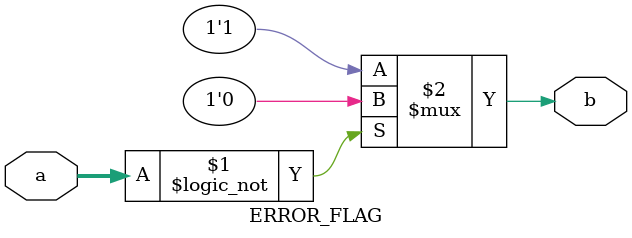
<source format=sv>
module ERROR_FLAG(a, b);
  input [15:0] a;
  output b;

  /*
    a : syndrome0
    b : 0 (syndrome is all zero), otherwise '1' => error occurence flag
  */

  assign b = (a==16'b0) ? 1'b0 : 1'b1;
endmodule
</source>
